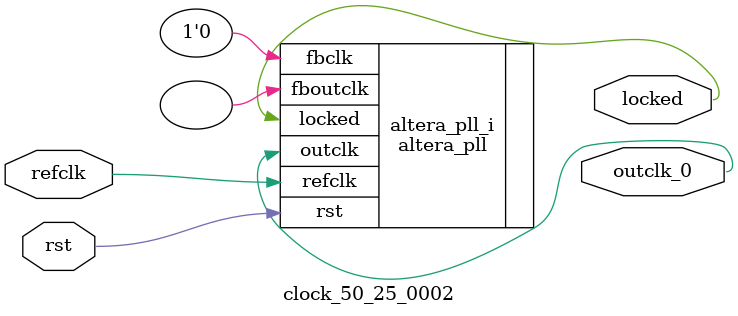
<source format=v>
`timescale 1ns/10ps
module  clock_50_25_0002(

	// interface 'refclk'
	input wire refclk,

	// interface 'reset'
	input wire rst,

	// interface 'outclk0'
	output wire outclk_0,

	// interface 'locked'
	output wire locked
);

	altera_pll #(
		.fractional_vco_multiplier("false"),
		.reference_clock_frequency("50.0 MHz"),
		.operation_mode("direct"),
		.number_of_clocks(1),
		.output_clock_frequency0("25.000000 MHz"),
		.phase_shift0("0 ps"),
		.duty_cycle0(50),
		.output_clock_frequency1("0 MHz"),
		.phase_shift1("0 ps"),
		.duty_cycle1(50),
		.output_clock_frequency2("0 MHz"),
		.phase_shift2("0 ps"),
		.duty_cycle2(50),
		.output_clock_frequency3("0 MHz"),
		.phase_shift3("0 ps"),
		.duty_cycle3(50),
		.output_clock_frequency4("0 MHz"),
		.phase_shift4("0 ps"),
		.duty_cycle4(50),
		.output_clock_frequency5("0 MHz"),
		.phase_shift5("0 ps"),
		.duty_cycle5(50),
		.output_clock_frequency6("0 MHz"),
		.phase_shift6("0 ps"),
		.duty_cycle6(50),
		.output_clock_frequency7("0 MHz"),
		.phase_shift7("0 ps"),
		.duty_cycle7(50),
		.output_clock_frequency8("0 MHz"),
		.phase_shift8("0 ps"),
		.duty_cycle8(50),
		.output_clock_frequency9("0 MHz"),
		.phase_shift9("0 ps"),
		.duty_cycle9(50),
		.output_clock_frequency10("0 MHz"),
		.phase_shift10("0 ps"),
		.duty_cycle10(50),
		.output_clock_frequency11("0 MHz"),
		.phase_shift11("0 ps"),
		.duty_cycle11(50),
		.output_clock_frequency12("0 MHz"),
		.phase_shift12("0 ps"),
		.duty_cycle12(50),
		.output_clock_frequency13("0 MHz"),
		.phase_shift13("0 ps"),
		.duty_cycle13(50),
		.output_clock_frequency14("0 MHz"),
		.phase_shift14("0 ps"),
		.duty_cycle14(50),
		.output_clock_frequency15("0 MHz"),
		.phase_shift15("0 ps"),
		.duty_cycle15(50),
		.output_clock_frequency16("0 MHz"),
		.phase_shift16("0 ps"),
		.duty_cycle16(50),
		.output_clock_frequency17("0 MHz"),
		.phase_shift17("0 ps"),
		.duty_cycle17(50),
		.pll_type("General"),
		.pll_subtype("General")
	) altera_pll_i (
		.rst	(rst),
		.outclk	({outclk_0}),
		.locked	(locked),
		.fboutclk	( ),
		.fbclk	(1'b0),
		.refclk	(refclk)
	);
endmodule


</source>
